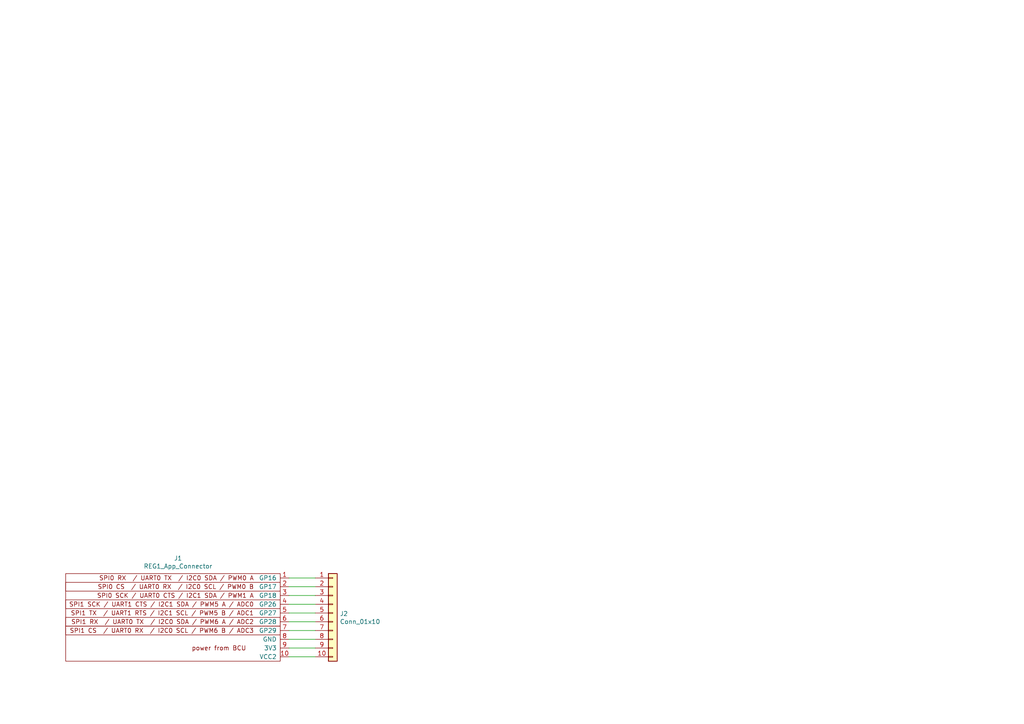
<source format=kicad_sch>
(kicad_sch (version 20230121) (generator eeschema)
  (paper "A4")
  (title_block (title "REG1-App-Universal") (date "2023-01-31") (rev "V00.10") (company "OpenKNX") (comment 1 "by Ing-Dom <dom@ing-dom.de>") (comment 4 "https://OpenKNX.de"))
  (lib_symbols
    (symbol "Connector_Generic:Conn_01x10" (pin_names (offset 1.016) hide)
      (property "Reference" "J" (at 0 12.7 0))
      (property "Value" "Conn_01x10" (at 0 -15.24 0))
      (symbol "Conn_01x10_1_1"
        (rectangle (start -1.27 -12.573) (end 0 -12.827) (stroke (width 0.1524)))
        (rectangle (start -1.27 -10.033) (end 0 -10.287) (stroke (width 0.1524)))
        (rectangle (start -1.27 -7.493) (end 0 -7.747) (stroke (width 0.1524)))
        (rectangle (start -1.27 -4.953) (end 0 -5.207) (stroke (width 0.1524)))
        (rectangle (start -1.27 -2.413) (end 0 -2.667) (stroke (width 0.1524)))
        (rectangle (start -1.27 0.127) (end 0 -0.127) (stroke (width 0.1524)))
        (rectangle (start -1.27 2.667) (end 0 2.413) (stroke (width 0.1524)))
        (rectangle (start -1.27 5.207) (end 0 4.953) (stroke (width 0.1524)))
        (rectangle (start -1.27 7.747) (end 0 7.493) (stroke (width 0.1524)))
        (rectangle (start -1.27 10.287) (end 0 10.033) (stroke (width 0.1524)))
        (rectangle (start -1.27 11.43) (end 1.27 -13.97) (stroke (width 0.254)) (fill (type background)))
        (pin passive line (at -5.08 10.16 0) (length 3.81) (name "Pin_1") (number "1"))
        (pin passive line (at -5.08 -12.7 0) (length 3.81) (name "Pin_10") (number "10"))
        (pin passive line (at -5.08 7.62 0) (length 3.81) (name "Pin_2") (number "2"))
        (pin passive line (at -5.08 5.08 0) (length 3.81) (name "Pin_3") (number "3"))
        (pin passive line (at -5.08 2.54 0) (length 3.81) (name "Pin_4") (number "4"))
        (pin passive line (at -5.08 0 0) (length 3.81) (name "Pin_5") (number "5"))
        (pin passive line (at -5.08 -2.54 0) (length 3.81) (name "Pin_6") (number "6"))
        (pin passive line (at -5.08 -5.08 0) (length 3.81) (name "Pin_7") (number "7"))
        (pin passive line (at -5.08 -7.62 0) (length 3.81) (name "Pin_8") (number "8"))
        (pin passive line (at -5.08 -10.16 0) (length 3.81) (name "Pin_9") (number "9"))
      )
    )
    (symbol "OpenKNX:REG1_App_Connector" (pin_names (offset 1.016))
      (property "Reference" "J" (at 10.16 13.97 0))
      (property "Value" "REG1_App_Connector" (at 1.27 -13.97 0))
      (symbol "REG1_App_Connector_0_0"
        (rectangle (start -49.53 -2.54) (end 12.7 0))
        (rectangle (start 12.7 -5.08) (end -49.53 -2.54))
        (rectangle (start 12.7 2.54) (end -49.53 5.08))
        (rectangle (start 12.7 10.16) (end -49.53 7.62))
        (rectangle (start 12.7 12.7) (end -49.53 -12.7))
        (text "power from BCU" (at -5.08 -8.89 0) (effects (font (size 1.27 1.27))))
        (text "SPI0 CS  / UART0 RX  / I2C0 SCL / PWM0 B" (at 5.08 8.89 0) (effects (font (size 1.27 1.27)) (justify right)))
        (text "SPI0 RX  / UART0 TX  / I2C0 SDA / PWM0 A" (at 5.08 11.43 0) (effects (font (size 1.27 1.27)) (justify right)))
        (text "SPI0 SCK / UART0 CTS / I2C1 SDA / PWM1 A" (at 5.08 6.35 0) (effects (font (size 1.27 1.27)) (justify right)))
        (text "SPI1 CS  / UART0 RX  / I2C0 SCL / PWM6 B / ADC3" (at 5.08 -3.81 0) (effects (font (size 1.27 1.27)) (justify right)))
        (text "SPI1 RX  / UART0 TX  / I2C0 SDA / PWM6 A / ADC2" (at 5.08 -1.27 0) (effects (font (size 1.27 1.27)) (justify right)))
        (text "SPI1 SCK / UART1 CTS / I2C1 SDA / PWM5 A / ADC0" (at 5.08 3.81 0) (effects (font (size 1.27 1.27)) (justify right)))
        (text "SPI1 TX  / UART1 RTS / I2C1 SCL / PWM5 B / ADC1" (at 5.08 1.27 0) (effects (font (size 1.27 1.27)) (justify right)))
      )
      (symbol "REG1_App_Connector_1_1"
        (pin bidirectional line (at 15.24 11.43 180) (length 2.54) (name "GP16") (number "1"))
        (pin power_out line (at 15.24 -11.43 180) (length 2.54) (name "VCC2") (number "10"))
        (pin bidirectional line (at 15.24 8.89 180) (length 2.54) (name "GP17") (number "2"))
        (pin bidirectional line (at 15.24 6.35 180) (length 2.54) (name "GP18") (number "3"))
        (pin bidirectional line (at 15.24 3.81 180) (length 2.54) (name "GP26") (number "4"))
        (pin bidirectional line (at 15.24 1.27 180) (length 2.54) (name "GP27") (number "5"))
        (pin bidirectional line (at 15.24 -1.27 180) (length 2.54) (name "GP28") (number "6"))
        (pin bidirectional line (at 15.24 -3.81 180) (length 2.54) (name "GP29") (number "7"))
        (pin power_out line (at 15.24 -6.35 180) (length 2.54) (name "GND") (number "8"))
        (pin power_out line (at 15.24 -8.89 180) (length 2.54) (name "3V3") (number "9"))
      )
    )
  )
  (wire (pts (xy 91.44 175.26) (xy 83.82 175.26)))
  (wire (pts (xy 91.44 180.34) (xy 83.82 180.34)))
  (wire (pts (xy 91.44 187.96) (xy 83.82 187.96)))
  (wire (pts (xy 83.82 167.64) (xy 91.44 167.64)))
  (wire (pts (xy 83.82 190.5) (xy 91.44 190.5)))
  (wire (pts (xy 83.82 182.88) (xy 91.44 182.88)))
  (wire (pts (xy 83.82 185.42) (xy 91.44 185.42)))
  (wire (pts (xy 83.82 177.8) (xy 91.44 177.8)))
  (wire (pts (xy 91.44 170.18) (xy 83.82 170.18)))
  (wire (pts (xy 83.82 172.72) (xy 91.44 172.72)))
  (symbol (lib_id "Connector_Generic:Conn_01x10") (at 96.52 177.8 0) (unit 1)
    (property "Reference" "J2" (at 98.552 178.0032 0) (effects (justify left)))
    (property "Value" "Conn_01x10" (at 98.552 180.3146 0) (effects (justify left)))
    (property "Footprint" "Connector_PinHeader_2.54mm:PinHeader_1x10_P2.54mm_Vertical" (effects hide))
  )
  (symbol (lib_id "OpenKNX:REG1_App_Connector") (at 68.58 179.07 0) (unit 1)
    (property "Reference" "J1" (at 51.6382 161.925 0))
    (property "Value" "REG1_App_Connector" (at 51.6382 164.2364 0))
    (property "Footprint" "Connector_PinHeader_2.54mm:PinHeader_1x10_P2.54mm_Horizontal" (effects hide))
  )
)
</source>
